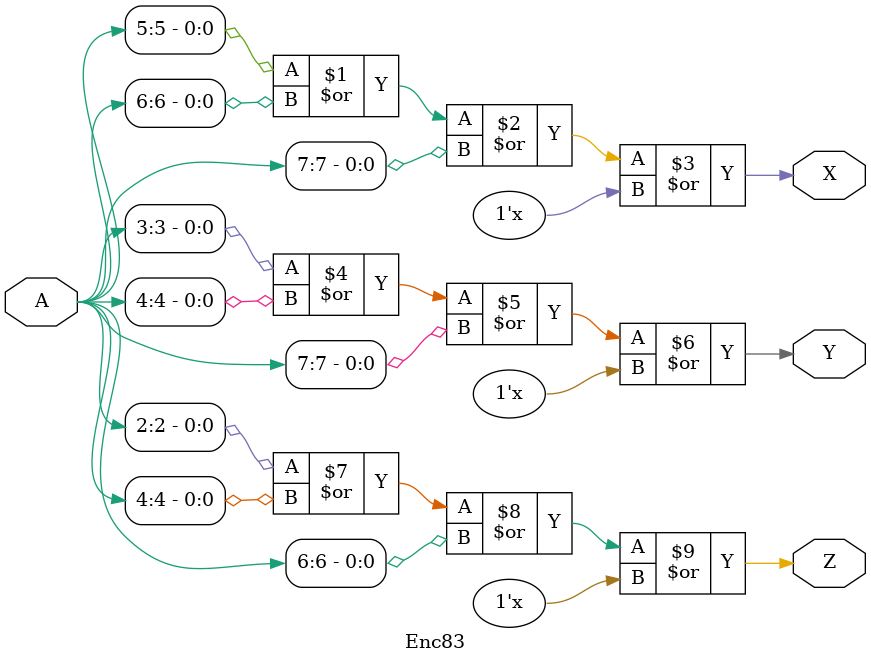
<source format=v>
`timescale 1ns / 1ps

module Enc83(A, X, Y, Z);
input [7:0]A;
output X, Y, Z;

or O0(X, A[5], A[6], A[7], A[8]);
or O1(Y, A[3], A[4], A[7], A[8]);
or O2(Z, A[2], A[4], A[6], A[8]);

endmodule

</source>
